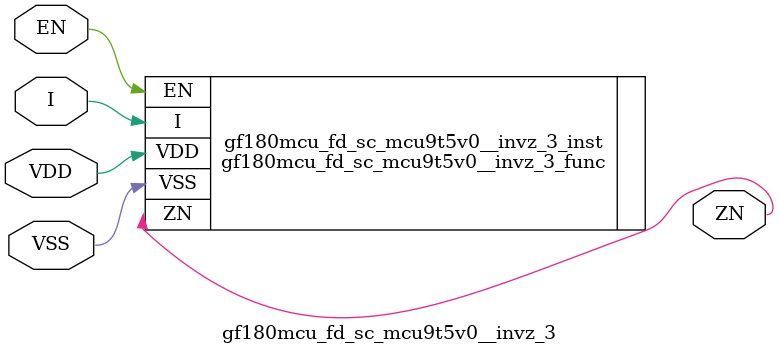
<source format=v>

module gf180mcu_fd_sc_mcu9t5v0__invz_3( EN, I, ZN, VDD, VSS );
input EN, I;
inout VDD, VSS;
output ZN;

   `ifdef FUNCTIONAL  //  functional //

	gf180mcu_fd_sc_mcu9t5v0__invz_3_func gf180mcu_fd_sc_mcu9t5v0__invz_3_behav_inst(.EN(EN),.I(I),.ZN(ZN),.VDD(VDD),.VSS(VSS));

   `else

	gf180mcu_fd_sc_mcu9t5v0__invz_3_func gf180mcu_fd_sc_mcu9t5v0__invz_3_inst(.EN(EN),.I(I),.ZN(ZN),.VDD(VDD),.VSS(VSS));

	// spec_gates_begin


	// spec_gates_end



   specify

	// specify_block_begin

	// comb arc EN --> ZN
	 (EN => ZN) = (1.0,1.0);

	// comb arc I --> ZN
	 (I => ZN) = (1.0,1.0);

	// specify_block_end

   endspecify

   `endif

endmodule

</source>
